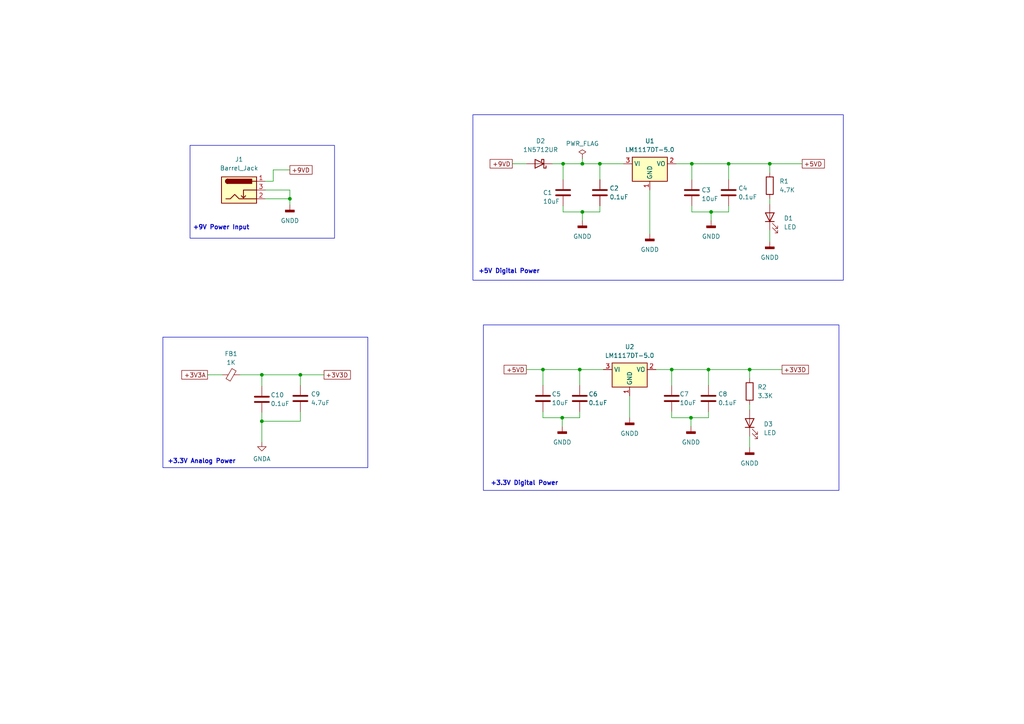
<source format=kicad_sch>
(kicad_sch (version 20230121) (generator eeschema)
  (paper "A4")
  (lib_symbols
    (symbol "Device:C" (pin_numbers hide) (pin_names (offset 0.254))
      (property "Reference" "C" (at 0.635 2.54 0))
      (property "Value" "C" (at 0.635 -2.54 0))
      (symbol "C_0_1"
        (polyline (pts (xy -2.032 -0.762) (xy 2.032 -0.762)) (stroke (width 0.508)))
        (polyline (pts (xy -2.032 0.762) (xy 2.032 0.762)) (stroke (width 0.508)))
      )
      (symbol "C_1_1"
        (pin passive line (at 0 3.81 270) (length 2.794) (name "~") (number "1"))
        (pin passive line (at 0 -3.81 90) (length 2.794) (name "~") (number "2"))
      )
    )
    (symbol "Device:FerriteBead_Small" (pin_numbers hide) (pin_names (offset 0))
      (property "Reference" "FB" (at 1.905 1.27 0))
      (property "Value" "FerriteBead_Small" (at 1.905 -1.27 0))
      (symbol "FerriteBead_Small_0_1"
        (polyline (pts (xy 0 -1.27) (xy 0 -0.7874)))
        (polyline (pts (xy 0 0.889) (xy 0 1.2954)))
        (polyline (pts (xy -1.8288 0.2794) (xy -1.1176 1.4986) (xy 1.8288 -0.2032) (xy 1.1176 -1.4224) (xy -1.8288 0.2794)))
      )
      (symbol "FerriteBead_Small_1_1"
        (pin passive line (at 0 2.54 270) (length 1.27) (name "~") (number "1"))
        (pin passive line (at 0 -2.54 90) (length 1.27) (name "~") (number "2"))
      )
    )
    (symbol "Device:LED" (pin_numbers hide) (pin_names (offset 1.016) hide)
      (property "Reference" "D" (at 0 2.54 0))
      (property "Value" "LED" (at 0 -2.54 0))
      (symbol "LED_0_1"
        (polyline (pts (xy -1.27 -1.27) (xy -1.27 1.27)) (stroke (width 0.254)))
        (polyline (pts (xy -1.27 0) (xy 1.27 0)))
        (polyline (pts (xy 1.27 -1.27) (xy 1.27 1.27) (xy -1.27 0) (xy 1.27 -1.27)) (stroke (width 0.254)))
        (polyline (pts (xy -3.048 -0.762) (xy -4.572 -2.286) (xy -3.81 -2.286) (xy -4.572 -2.286) (xy -4.572 -1.524)))
        (polyline (pts (xy -1.778 -0.762) (xy -3.302 -2.286) (xy -2.54 -2.286) (xy -3.302 -2.286) (xy -3.302 -1.524)))
      )
      (symbol "LED_1_1"
        (pin passive line (at -3.81 0 0) (length 2.54) (name "K") (number "1"))
        (pin passive line (at 3.81 0 180) (length 2.54) (name "A") (number "2"))
      )
    )
    (symbol "Device:R" (pin_numbers hide) (pin_names (offset 0))
      (property "Reference" "R" (at 2.032 0 90))
      (property "Value" "R" (at 0 0 90))
      (symbol "R_0_1"
        (rectangle (start -1.016 -2.54) (end 1.016 2.54) (stroke (width 0.254)))
      )
      (symbol "R_1_1"
        (pin passive line (at 0 3.81 270) (length 1.27) (name "~") (number "1"))
        (pin passive line (at 0 -3.81 90) (length 1.27) (name "~") (number "2"))
      )
    )
    (symbol "Diode:1N5712UR" (pin_numbers hide) (pin_names (offset 1.016) hide)
      (property "Reference" "D" (at 0 2.54 0))
      (property "Value" "1N5712UR" (at 0 -2.54 0))
      (symbol "1N5712UR_0_1"
        (polyline (pts (xy 1.27 0) (xy -1.27 0)))
        (polyline (pts (xy 1.27 1.27) (xy 1.27 -1.27) (xy -1.27 0) (xy 1.27 1.27)) (stroke (width 0.254)))
        (polyline (pts (xy -1.905 0.635) (xy -1.905 1.27) (xy -1.27 1.27) (xy -1.27 -1.27) (xy -0.635 -1.27) (xy -0.635 -0.635)) (stroke (width 0.254)))
      )
      (symbol "1N5712UR_1_1"
        (pin passive line (at -3.81 0 0) (length 2.54) (name "K") (number "1"))
        (pin passive line (at 3.81 0 180) (length 2.54) (name "A") (number "2"))
      )
    )
    (symbol "Regulator_Linear:LM1117DT-5.0"
      (property "Reference" "U" (at -3.81 3.175 0))
      (property "Value" "LM1117DT-5.0" (at 0 3.175 0))
      (symbol "LM1117DT-5.0_0_1"
        (rectangle (start -5.08 -5.08) (end 5.08 1.905) (stroke (width 0.254)) (fill (type background)))
      )
      (symbol "LM1117DT-5.0_1_1"
        (pin power_in line (at 0 -7.62 90) (length 2.54) (name "GND") (number "1"))
        (pin power_out line (at 7.62 0 180) (length 2.54) (name "VO") (number "2"))
        (pin power_in line (at -7.62 0 0) (length 2.54) (name "VI") (number "3"))
      )
    )
    (symbol "SparkFun-Connector:Barrel_Jack" (pin_names hide)
      (property "Reference" "J" (at 0 5.334 0))
      (property "Value" "Barrel_Jack" (at 0 -5.08 0))
      (symbol "Barrel_Jack_0_1"
        (rectangle (start -5.08 3.81) (end 5.08 -3.81) (stroke (width 0.254)) (fill (type background)))
        (arc (start -3.302 3.175) (mid -3.9343 2.54) (end -3.302 1.905) (stroke (width 0.254)))
        (arc (start -3.302 3.175) (mid -3.9343 2.54) (end -3.302 1.905) (stroke (width 0.254)) (fill (type outline)))
        (polyline (pts (xy 1.27 -2.286) (xy 1.905 -1.651)) (stroke (width 0.254)))
        (polyline (pts (xy 5.08 2.54) (xy 3.81 2.54)) (stroke (width 0.254)))
        (polyline (pts (xy 5.08 0) (xy 1.27 0) (xy 1.27 -2.286) (xy 0.635 -1.651)) (stroke (width 0.254)))
        (polyline (pts (xy -3.81 -2.54) (xy -2.54 -2.54) (xy -1.27 -1.27) (xy 0 -2.54) (xy 2.54 -2.54) (xy 5.08 -2.54)) (stroke (width 0.254)))
        (rectangle (start 3.683 3.175) (end -3.302 1.905) (stroke (width 0.254)) (fill (type outline)))
      )
      (symbol "Barrel_Jack_1_1"
        (pin passive line (at 7.62 2.54 180) (length 2.54) (name "PWR") (number "1"))
        (pin passive line (at 7.62 -2.54 180) (length 2.54) (name "GND") (number "2"))
        (pin passive line (at 7.62 0 180) (length 2.54) (name "GNDBREAK") (number "3"))
      )
    )
    (symbol "power:GNDA" (power) (pin_names (offset 0))
      (property "Value" "GNDA" (at 0 -3.81 0))
      (symbol "GNDA_0_1"
        (polyline (pts (xy 0 0) (xy 0 -1.27) (xy 1.27 -1.27) (xy 0 -2.54) (xy -1.27 -1.27) (xy 0 -1.27)))
      )
      (symbol "GNDA_1_1"
        (pin power_in line (at 0 0 270) (length 0) hide (name "GNDA") (number "1"))
      )
    )
    (symbol "power:GNDD" (power) (pin_names (offset 0))
      (property "Value" "GNDD" (at 0 -3.175 0))
      (symbol "GNDD_0_1"
        (rectangle (start -1.27 -1.524) (end 1.27 -2.032) (stroke (width 0.254)) (fill (type outline)))
        (polyline (pts (xy 0 0) (xy 0 -1.524)))
      )
      (symbol "GNDD_1_1"
        (pin power_in line (at 0 0 270) (length 0) hide (name "GNDD") (number "1"))
      )
    )
    (symbol "power:PWR_FLAG" (power) (pin_numbers hide) (pin_names (offset 0) hide)
      (property "Value" "PWR_FLAG" (at 0 3.81 0))
      (symbol "PWR_FLAG_0_0"
        (pin power_out line (at 0 0 90) (length 0) (name "pwr") (number "1"))
      )
      (symbol "PWR_FLAG_0_1"
        (polyline (pts (xy 0 0) (xy 0 1.27) (xy -1.016 1.905) (xy 0 2.54) (xy 1.016 1.905) (xy 0 1.27)))
      )
    )
  )
  (junction (at 163.322 47.498))
  (junction (at 87.122 108.712))
  (junction (at 200.406 121.158))
  (junction (at 168.148 107.188))
  (junction (at 173.99 47.498))
  (junction (at 194.818 107.188))
  (junction (at 157.48 107.188))
  (junction (at 211.328 47.498))
  (junction (at 163.068 121.158))
  (junction (at 205.486 107.188))
  (junction (at 84.074 57.658))
  (junction (at 206.248 61.468))
  (junction (at 217.424 107.188))
  (junction (at 75.946 108.712))
  (junction (at 200.66 47.498))
  (junction (at 223.266 47.498))
  (junction (at 168.91 61.468))
  (junction (at 168.91 47.498))
  (junction (at 75.946 122.174))
  (wire (pts (xy 168.91 47.498) (xy 173.99 47.498)))
  (wire (pts (xy 69.596 108.712) (xy 75.946 108.712)))
  (wire (pts (xy 168.148 107.188) (xy 168.148 111.76)))
  (wire (pts (xy 194.818 107.188) (xy 194.818 111.76)))
  (wire (pts (xy 163.322 61.468) (xy 168.91 61.468)))
  (wire (pts (xy 200.66 47.498) (xy 200.66 52.07)))
  (wire (pts (xy 76.962 57.658) (xy 84.074 57.658)))
  (wire (pts (xy 196.088 47.498) (xy 200.66 47.498)))
  (wire (pts (xy 163.068 121.158) (xy 168.148 121.158)))
  (wire (pts (xy 75.946 112.014) (xy 75.946 108.712)))
  (wire (pts (xy 200.66 47.498) (xy 211.328 47.498)))
  (wire (pts (xy 205.486 121.158) (xy 205.486 119.38)))
  (wire (pts (xy 148.59 47.498) (xy 152.654 47.498)))
  (wire (pts (xy 87.122 122.174) (xy 75.946 122.174)))
  (wire (pts (xy 211.328 47.498) (xy 211.328 52.07)))
  (wire (pts (xy 87.122 108.712) (xy 93.98 108.712)))
  (wire (pts (xy 200.406 121.158) (xy 200.406 123.698)))
  (wire (pts (xy 163.068 121.158) (xy 163.068 123.698)))
  (wire (pts (xy 79.248 49.276) (xy 84.074 49.276)))
  (wire (pts (xy 163.322 47.498) (xy 163.322 52.07)))
  (wire (pts (xy 205.486 107.188) (xy 217.424 107.188)))
  (wire (pts (xy 188.468 55.118) (xy 188.468 67.818)))
  (wire (pts (xy 152.654 107.188) (xy 157.48 107.188)))
  (wire (pts (xy 87.122 119.38) (xy 87.122 122.174)))
  (wire (pts (xy 163.322 47.498) (xy 168.91 47.498)))
  (wire (pts (xy 217.424 126.492) (xy 217.424 129.794)))
  (wire (pts (xy 206.248 61.468) (xy 211.328 61.468)))
  (wire (pts (xy 157.48 107.188) (xy 168.148 107.188)))
  (wire (pts (xy 157.48 107.188) (xy 157.48 111.76)))
  (wire (pts (xy 217.424 117.348) (xy 217.424 118.872)))
  (wire (pts (xy 75.946 108.712) (xy 87.122 108.712)))
  (wire (pts (xy 200.66 61.468) (xy 206.248 61.468)))
  (wire (pts (xy 223.266 66.802) (xy 223.266 70.104)))
  (wire (pts (xy 194.818 107.188) (xy 205.486 107.188)))
  (wire (pts (xy 173.99 47.498) (xy 180.848 47.498)))
  (wire (pts (xy 163.322 59.69) (xy 163.322 61.468)))
  (wire (pts (xy 157.48 119.38) (xy 157.48 121.158)))
  (wire (pts (xy 200.66 59.69) (xy 200.66 61.468)))
  (wire (pts (xy 206.248 61.468) (xy 206.248 64.008)))
  (wire (pts (xy 168.91 61.468) (xy 168.91 64.008)))
  (wire (pts (xy 217.424 107.188) (xy 217.424 109.728)))
  (wire (pts (xy 194.818 119.38) (xy 194.818 121.158)))
  (wire (pts (xy 182.626 114.808) (xy 182.626 121.158)))
  (wire (pts (xy 223.266 47.498) (xy 232.664 47.498)))
  (wire (pts (xy 168.91 45.974) (xy 168.91 47.498)))
  (wire (pts (xy 160.274 47.498) (xy 163.322 47.498)))
  (wire (pts (xy 84.074 55.118) (xy 84.074 57.658)))
  (wire (pts (xy 173.99 61.468) (xy 173.99 59.69)))
  (wire (pts (xy 84.074 57.658) (xy 84.074 59.436)))
  (wire (pts (xy 205.486 107.188) (xy 205.486 111.76)))
  (wire (pts (xy 168.148 121.158) (xy 168.148 119.38)))
  (wire (pts (xy 211.328 61.468) (xy 211.328 59.69)))
  (wire (pts (xy 223.266 47.498) (xy 223.266 50.038)))
  (wire (pts (xy 75.946 122.174) (xy 75.946 128.27)))
  (wire (pts (xy 211.328 47.498) (xy 223.266 47.498)))
  (wire (pts (xy 190.246 107.188) (xy 194.818 107.188)))
  (wire (pts (xy 194.818 121.158) (xy 200.406 121.158)))
  (wire (pts (xy 75.946 119.634) (xy 75.946 122.174)))
  (wire (pts (xy 168.148 107.188) (xy 175.006 107.188)))
  (wire (pts (xy 168.91 61.468) (xy 173.99 61.468)))
  (wire (pts (xy 173.99 47.498) (xy 173.99 52.07)))
  (wire (pts (xy 76.962 52.578) (xy 79.248 52.578)))
  (wire (pts (xy 64.516 108.712) (xy 60.198 108.712)))
  (wire (pts (xy 200.406 121.158) (xy 205.486 121.158)))
  (wire (pts (xy 217.424 107.188) (xy 226.822 107.188)))
  (wire (pts (xy 87.122 108.712) (xy 87.122 111.76)))
  (wire (pts (xy 79.248 52.578) (xy 79.248 49.276)))
  (wire (pts (xy 76.962 55.118) (xy 84.074 55.118)))
  (wire (pts (xy 157.48 121.158) (xy 163.068 121.158)))
  (wire (pts (xy 223.266 57.658) (xy 223.266 59.182)))
  (rectangle (start 47.244 97.79) (end 106.68 135.636))
  (rectangle (start 55.118 42.164) (end 97.028 69.088))
  (rectangle (start 140.208 94.234) (end 243.332 142.24))
  (rectangle (start 137.16 33.274) (end 244.602 81.28))
  (text "+3.3V Digital Power" (at 142.24 140.97 0) (effects (font (size 1.27 1.27) (thickness 0.254) bold) (justify left bottom)))
  (text "+9V Power Input" (at 55.88 66.802 0) (effects (font (size 1.27 1.27) (thickness 0.254) bold) (justify left bottom)))
  (text "+5V Digital Power" (at 138.684 79.502 0) (effects (font (size 1.27 1.27) (thickness 0.254) bold) (justify left bottom)))
  (text "+3.3V Analog Power" (at 48.514 134.62 0) (effects (font (size 1.27 1.27) (thickness 0.254) bold) (justify left bottom)))
  (global_label "+3V3D" (shape passive) (at 226.822 107.188 0) (property "Intersheetrefs" "${INTERSHEET_REFS}" (effects hide)))
  (global_label "+3V3A" (shape passive) (at 60.198 108.712 180) (property "Intersheetrefs" "${INTERSHEET_REFS}" (effects hide)))
  (global_label "+3V3D" (shape passive) (at 93.98 108.712 0) (property "Intersheetrefs" "${INTERSHEET_REFS}" (effects hide)))
  (global_label "+5VD" (shape passive) (at 152.654 107.188 180) (property "Intersheetrefs" "${INTERSHEET_REFS}" (effects hide)))
  (global_label "+9VD" (shape passive) (at 84.074 49.276 0) (property "Intersheetrefs" "${INTERSHEET_REFS}" (effects hide)))
  (global_label "+9VD" (shape passive) (at 148.59 47.498 180) (property "Intersheetrefs" "${INTERSHEET_REFS}" (effects hide)))
  (global_label "+5VD" (shape passive) (at 232.664 47.498 0) (property "Intersheetrefs" "${INTERSHEET_REFS}" (effects hide)))
  (symbol (lib_id "Device:LED") (at 223.266 62.992 90) (unit 1)
    (property "Reference" "D1" (at 227.33 63.3095 90) (effects (justify right)))
    (property "Value" "LED" (at 227.33 65.8495 90) (effects (justify right)))
  )
  (symbol (lib_id "power:GNDD") (at 217.424 129.794 0) (unit 1)
    (property "Reference" "#PWR07" (effects hide))
    (property "Value" "GNDD" (at 217.424 134.366 0))
  )
  (symbol (lib_id "power:GNDA") (at 75.946 128.27 0) (unit 1)
    (property "Reference" "#PWR03" (effects hide))
    (property "Value" "GNDA" (at 75.946 133.096 0))
  )
  (symbol (lib_id "Device:C") (at 75.946 115.824 0) (unit 1)
    (property "Reference" "C10" (at 78.486 114.554 0) (effects (justify left)))
    (property "Value" "0.1uF" (at 78.486 117.094 0) (effects (justify left)))
    (property "Footprint" "SparkFun-Capacitor:C_0603_1608Metric" (effects hide))
  )
  (symbol (lib_id "Device:C") (at 87.122 115.57 0) (unit 1)
    (property "Reference" "C9" (at 90.17 114.3 0) (effects (justify left)))
    (property "Value" "4.7uF" (at 90.17 116.84 0) (effects (justify left)))
    (property "Footprint" "SparkFun-Capacitor:C_0603_1608Metric" (effects hide))
  )
  (symbol (lib_id "Device:C") (at 200.66 55.88 0) (unit 1)
    (property "Reference" "C3" (at 203.454 55.118 0) (effects (justify left)))
    (property "Value" "10uF" (at 203.454 57.658 0) (effects (justify left)))
    (property "Footprint" "SparkFun-Capacitor:C_0603_1608Metric" (effects hide))
  )
  (symbol (lib_id "Device:R") (at 217.424 113.538 0) (unit 1)
    (property "Reference" "R2" (at 219.71 112.268 0) (effects (justify left)))
    (property "Value" "3.3K" (at 219.71 114.808 0) (effects (justify left)))
  )
  (symbol (lib_id "power:GNDD") (at 182.626 121.158 0) (unit 1)
    (property "Reference" "#PWR04" (effects hide))
    (property "Value" "GNDD" (at 182.626 125.73 0))
  )
  (symbol (lib_id "Diode:1N5712UR") (at 156.464 47.498 180) (unit 1)
    (property "Reference" "D2" (at 156.7815 40.894 0))
    (property "Value" "1N5712UR" (at 156.7815 43.434 0))
    (property "Footprint" "Diode_SMD:D_MELF" (effects hide))
    (property "Datasheet" "https://www.microsemi.com/document-portal/doc_download/131890-lds-0040-1-datasheet" (effects hide))
  )
  (symbol (lib_id "Device:C") (at 194.818 115.57 0) (unit 1)
    (property "Reference" "C7" (at 197.104 114.3 0) (effects (justify left)))
    (property "Value" "10uF" (at 197.104 116.84 0) (effects (justify left)))
    (property "Footprint" "SparkFun-Capacitor:C_0603_1608Metric" (effects hide))
  )
  (symbol (lib_id "Device:C") (at 157.48 115.57 0) (unit 1)
    (property "Reference" "C5" (at 160.02 114.3 0) (effects (justify left)))
    (property "Value" "10uF" (at 160.02 116.84 0) (effects (justify left)))
    (property "Footprint" "SparkFun-Capacitor:C_0603_1608Metric" (effects hide))
  )
  (symbol (lib_id "power:GNDD") (at 188.468 67.818 0) (unit 1)
    (property "Reference" "#PWR01" (effects hide))
    (property "Value" "GNDD" (at 188.468 72.39 0))
  )
  (symbol (lib_id "Device:C") (at 173.99 55.88 0) (unit 1)
    (property "Reference" "C2" (at 176.784 54.61 0) (effects (justify left)))
    (property "Value" "0.1uF" (at 176.784 57.15 0) (effects (justify left)))
    (property "Footprint" "SparkFun-Capacitor:C_0603_1608Metric" (effects hide))
  )
  (symbol (lib_id "Regulator_Linear:LM1117DT-5.0") (at 182.626 107.188 0) (unit 1)
    (property "Reference" "U2" (at 182.626 100.584 0))
    (property "Value" "LM1117DT-5.0" (at 182.626 103.124 0))
    (property "Footprint" "Package_TO_SOT_SMD:TO-252-3_TabPin2" (effects hide))
    (property "Datasheet" "http://www.ti.com/lit/ds/symlink/lm1117.pdf" (effects hide))
  )
  (symbol (lib_id "power:GNDD") (at 206.248 64.008 0) (unit 1)
    (property "Reference" "#PWR09" (effects hide))
    (property "Value" "GNDD" (at 206.248 68.58 0))
  )
  (symbol (lib_id "SparkFun-Connector:Barrel_Jack") (at 69.342 55.118 0) (unit 1)
    (property "Reference" "J1" (at 69.342 46.228 0))
    (property "Value" "Barrel_Jack" (at 69.342 48.768 0))
    (property "Footprint" "Connector_BarrelJack:BarrelJack_CUI_PJ-063AH_Horizontal" (effects hide))
  )
  (symbol (lib_id "Device:FerriteBead_Small") (at 67.056 108.712 90) (unit 1)
    (property "Reference" "FB1" (at 67.0179 102.616 90))
    (property "Value" "1K" (at 67.0179 105.156 90))
    (property "Footprint" "Ferrite_THT:LairdTech_28C0236-0JW-10" (effects hide))
  )
  (symbol (lib_id "power:GNDD") (at 223.266 70.104 0) (unit 1)
    (property "Reference" "#PWR010" (effects hide))
    (property "Value" "GNDD" (at 223.266 74.676 0))
  )
  (symbol (lib_id "power:PWR_FLAG") (at 168.91 45.974 0) (unit 1)
    (property "Reference" "#FLG01" (effects hide))
    (property "Value" "PWR_FLAG" (at 168.91 41.656 0))
  )
  (symbol (lib_id "power:GNDD") (at 168.91 64.008 0) (unit 1)
    (property "Reference" "#PWR08" (effects hide))
    (property "Value" "GNDD" (at 168.91 68.58 0))
  )
  (symbol (lib_id "Device:C") (at 168.148 115.57 0) (unit 1)
    (property "Reference" "C6" (at 170.688 114.3 0) (effects (justify left)))
    (property "Value" "0.1uF" (at 170.688 116.84 0) (effects (justify left)))
    (property "Footprint" "SparkFun-Capacitor:C_0603_1608Metric" (effects hide))
  )
  (symbol (lib_id "Device:C") (at 211.328 55.88 0) (unit 1)
    (property "Reference" "C4" (at 214.122 54.61 0) (effects (justify left)))
    (property "Value" "0.1uF" (at 214.122 57.15 0) (effects (justify left)))
    (property "Footprint" "SparkFun-Capacitor:C_0603_1608Metric" (effects hide))
  )
  (symbol (lib_id "Device:LED") (at 217.424 122.682 90) (unit 1)
    (property "Reference" "D3" (at 221.488 122.9995 90) (effects (justify right)))
    (property "Value" "LED" (at 221.488 125.5395 90) (effects (justify right)))
  )
  (symbol (lib_id "Device:C") (at 163.322 55.88 0) (unit 1)
    (property "Reference" "C1" (at 157.48 55.88 0) (effects (justify left)))
    (property "Value" "10uF" (at 157.48 58.42 0) (effects (justify left)))
    (property "Footprint" "SparkFun-Capacitor:C_0603_1608Metric" (effects hide))
  )
  (symbol (lib_id "power:GNDD") (at 163.068 123.698 0) (unit 1)
    (property "Reference" "#PWR05" (effects hide))
    (property "Value" "GNDD" (at 163.068 128.27 0))
  )
  (symbol (lib_id "Device:C") (at 205.486 115.57 0) (unit 1)
    (property "Reference" "C8" (at 208.28 114.3 0) (effects (justify left)))
    (property "Value" "0.1uF" (at 208.28 116.84 0) (effects (justify left)))
    (property "Footprint" "SparkFun-Capacitor:C_0603_1608Metric" (effects hide))
  )
  (symbol (lib_id "power:GNDD") (at 200.406 123.698 0) (unit 1)
    (property "Reference" "#PWR06" (effects hide))
    (property "Value" "GNDD" (at 200.406 128.27 0))
  )
  (symbol (lib_id "Device:R") (at 223.266 53.848 0) (unit 1)
    (property "Reference" "R1" (at 226.06 52.578 0) (effects (justify left)))
    (property "Value" "4.7K" (at 226.06 55.118 0) (effects (justify left)))
  )
  (symbol (lib_id "power:GNDD") (at 84.074 59.436 0) (unit 1)
    (property "Reference" "#PWR02" (effects hide))
    (property "Value" "GNDD" (at 84.074 64.008 0))
  )
  (symbol (lib_id "Regulator_Linear:LM1117DT-5.0") (at 188.468 47.498 0) (unit 1)
    (property "Reference" "U1" (at 188.468 40.894 0))
    (property "Value" "LM1117DT-5.0" (at 188.468 43.434 0))
    (property "Footprint" "Package_TO_SOT_SMD:TO-252-3_TabPin2" (effects hide))
    (property "Datasheet" "http://www.ti.com/lit/ds/symlink/lm1117.pdf" (effects hide))
  )
)
</source>
